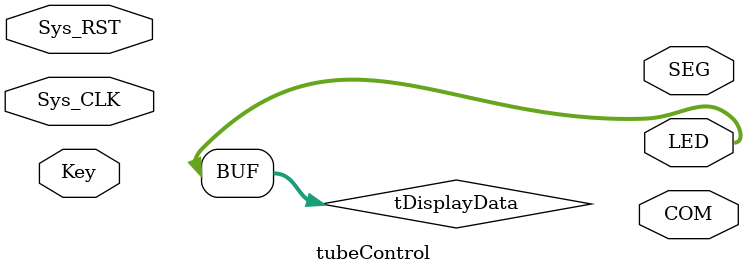
<source format=v>

`define SYSTEM_CLOCK_SPEED 50000000
module tubeControl(
input Sys_CLK,
input Sys_RST,
input [1:0]Key,
output  [7:0]SEG,
output  [1:0]COM,
output [3:0]LED
);
/* keep_syn=1 */
wire [1:0]stableKey;
wire [3:0]tDisplayData;

//keyStabilizer#(.relaxTimeInMs(50))U1(
//    .sysClk(Sys_CLK),
//    .sysRst(Sys_RST),
//    .rawKey(Key),
//    .stableKey(stableKey));
//
//dataGenerator dG2(
//    .sysRst(Sys_RST),
//    .key(stableKey),
//    .data(tDisplayData));
//
//condMux cM0(
//    .data(tDisplayData),
//    .selOut(COM)
//);
//
//digitDecoder dD0(
//    .data(tDisplayData),
//    .HEX(SEG));

assign LED = tDisplayData;

endmodule


</source>
